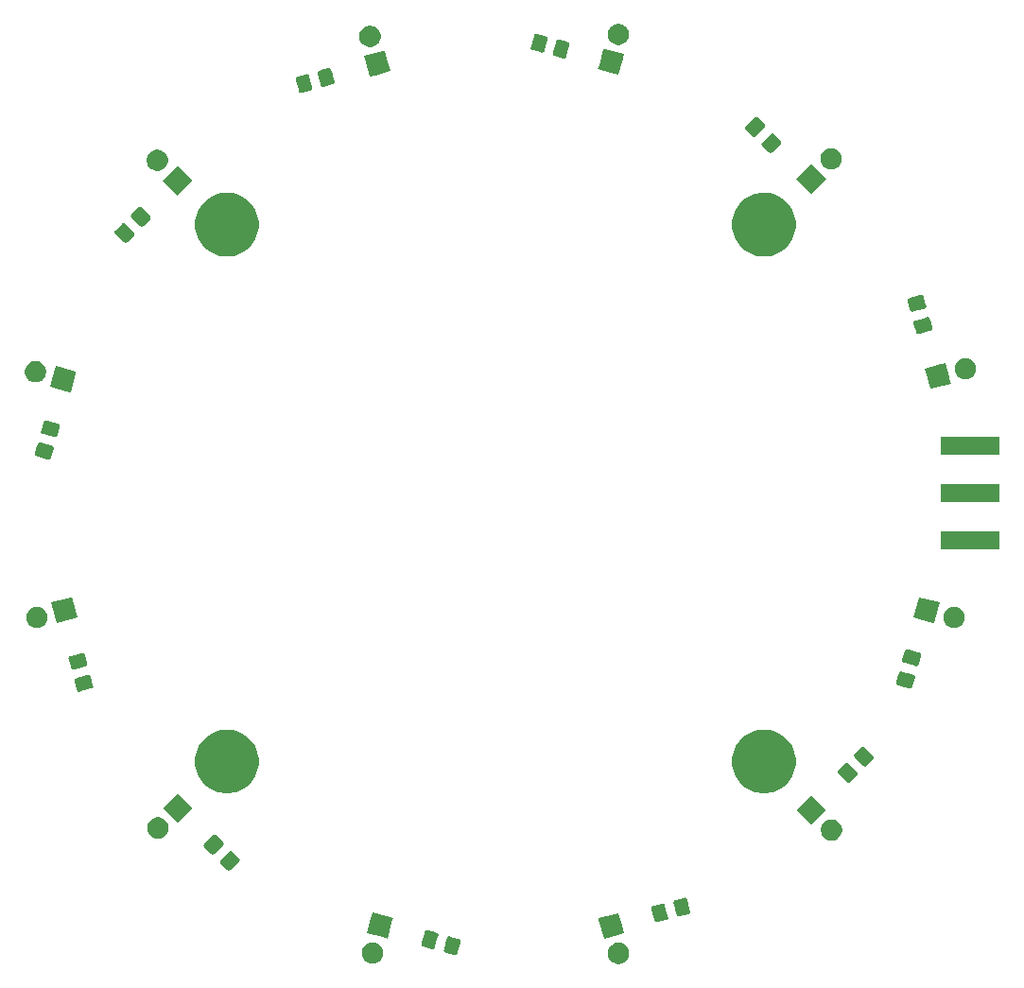
<source format=gbr>
G04 #@! TF.GenerationSoftware,KiCad,Pcbnew,5.1.5-52549c5~84~ubuntu18.04.1*
G04 #@! TF.CreationDate,2020-04-11T00:10:23+01:00*
G04 #@! TF.ProjectId,ambient,616d6269-656e-4742-9e6b-696361645f70,rev?*
G04 #@! TF.SameCoordinates,Original*
G04 #@! TF.FileFunction,Soldermask,Top*
G04 #@! TF.FilePolarity,Negative*
%FSLAX46Y46*%
G04 Gerber Fmt 4.6, Leading zero omitted, Abs format (unit mm)*
G04 Created by KiCad (PCBNEW 5.1.5-52549c5~84~ubuntu18.04.1) date 2020-04-11 00:10:23*
%MOMM*%
%LPD*%
G04 APERTURE LIST*
%ADD10C,0.100000*%
G04 APERTURE END LIST*
D10*
G36*
X161304594Y-140305441D02*
G01*
X161477665Y-140377129D01*
X161477666Y-140377130D01*
X161633426Y-140481205D01*
X161765889Y-140613668D01*
X161765890Y-140613670D01*
X161869965Y-140769429D01*
X161941653Y-140942500D01*
X161978199Y-141126228D01*
X161978199Y-141313562D01*
X161941653Y-141497290D01*
X161869965Y-141670361D01*
X161869964Y-141670362D01*
X161765889Y-141826122D01*
X161633426Y-141958585D01*
X161555017Y-142010976D01*
X161477665Y-142062661D01*
X161304594Y-142134349D01*
X161120866Y-142170895D01*
X160933532Y-142170895D01*
X160749804Y-142134349D01*
X160576733Y-142062661D01*
X160499381Y-142010976D01*
X160420972Y-141958585D01*
X160288509Y-141826122D01*
X160184434Y-141670362D01*
X160184433Y-141670361D01*
X160112745Y-141497290D01*
X160076199Y-141313562D01*
X160076199Y-141126228D01*
X160112745Y-140942500D01*
X160184433Y-140769429D01*
X160288508Y-140613670D01*
X160288509Y-140613668D01*
X160420972Y-140481205D01*
X160576732Y-140377130D01*
X160576733Y-140377129D01*
X160749804Y-140305441D01*
X160933532Y-140268895D01*
X161120866Y-140268895D01*
X161304594Y-140305441D01*
G37*
G36*
X139273655Y-140265822D02*
G01*
X139446726Y-140337510D01*
X139446727Y-140337511D01*
X139602487Y-140441586D01*
X139734950Y-140574049D01*
X139781424Y-140643602D01*
X139839026Y-140729810D01*
X139910714Y-140902881D01*
X139947260Y-141086609D01*
X139947260Y-141273943D01*
X139910714Y-141457671D01*
X139839026Y-141630742D01*
X139839025Y-141630743D01*
X139734950Y-141786503D01*
X139602487Y-141918966D01*
X139543193Y-141958585D01*
X139446726Y-142023042D01*
X139273655Y-142094730D01*
X139089927Y-142131276D01*
X138902593Y-142131276D01*
X138718865Y-142094730D01*
X138545794Y-142023042D01*
X138449327Y-141958585D01*
X138390033Y-141918966D01*
X138257570Y-141786503D01*
X138153495Y-141630743D01*
X138153494Y-141630742D01*
X138081806Y-141457671D01*
X138045260Y-141273943D01*
X138045260Y-141086609D01*
X138081806Y-140902881D01*
X138153494Y-140729810D01*
X138211096Y-140643602D01*
X138257570Y-140574049D01*
X138390033Y-140441586D01*
X138545793Y-140337511D01*
X138545794Y-140337510D01*
X138718865Y-140265822D01*
X138902593Y-140229276D01*
X139089927Y-140229276D01*
X139273655Y-140265822D01*
G37*
G36*
X145908958Y-139706664D02*
G01*
X145971262Y-139723358D01*
X145971279Y-139723361D01*
X146624520Y-139898397D01*
X146717131Y-139923212D01*
X146759772Y-139939261D01*
X146793219Y-139960060D01*
X146821962Y-139986979D01*
X146844906Y-140018999D01*
X146861161Y-140054872D01*
X146870105Y-140093232D01*
X146871393Y-140132597D01*
X146863973Y-140177540D01*
X146847275Y-140239856D01*
X146847275Y-140239859D01*
X146605698Y-141141437D01*
X146582718Y-141227199D01*
X146566673Y-141269830D01*
X146545872Y-141303280D01*
X146518951Y-141332024D01*
X146486935Y-141354967D01*
X146451060Y-141371221D01*
X146412699Y-141380166D01*
X146373335Y-141381454D01*
X146328394Y-141374034D01*
X146266090Y-141357340D01*
X146266073Y-141357337D01*
X145582532Y-141174182D01*
X145582533Y-141174182D01*
X145520221Y-141157486D01*
X145477580Y-141141437D01*
X145444133Y-141120638D01*
X145415390Y-141093719D01*
X145392446Y-141061699D01*
X145376191Y-141025826D01*
X145367247Y-140987466D01*
X145365959Y-140948101D01*
X145373379Y-140903158D01*
X145393851Y-140826757D01*
X145637936Y-139915816D01*
X145637937Y-139915814D01*
X145654634Y-139853499D01*
X145670679Y-139810868D01*
X145691480Y-139777418D01*
X145718401Y-139748674D01*
X145750417Y-139725731D01*
X145786292Y-139709477D01*
X145824653Y-139700532D01*
X145864017Y-139699244D01*
X145908958Y-139706664D01*
G37*
G36*
X143928810Y-139176084D02*
G01*
X143991114Y-139192778D01*
X143991131Y-139192781D01*
X144644372Y-139367817D01*
X144736983Y-139392632D01*
X144779624Y-139408681D01*
X144813071Y-139429480D01*
X144841814Y-139456399D01*
X144864758Y-139488419D01*
X144881013Y-139524292D01*
X144889957Y-139562652D01*
X144891245Y-139602017D01*
X144883825Y-139646960D01*
X144867127Y-139709276D01*
X144867127Y-139709279D01*
X144625550Y-140610857D01*
X144602570Y-140696619D01*
X144586525Y-140739250D01*
X144565724Y-140772700D01*
X144538803Y-140801444D01*
X144506787Y-140824387D01*
X144470912Y-140840641D01*
X144432551Y-140849586D01*
X144393187Y-140850874D01*
X144348246Y-140843454D01*
X144285942Y-140826760D01*
X144285925Y-140826757D01*
X143602384Y-140643602D01*
X143602385Y-140643602D01*
X143540073Y-140626906D01*
X143497432Y-140610857D01*
X143463985Y-140590058D01*
X143435242Y-140563139D01*
X143412298Y-140531119D01*
X143396043Y-140495246D01*
X143387099Y-140456886D01*
X143385811Y-140417521D01*
X143393231Y-140372578D01*
X143421013Y-140268895D01*
X143657788Y-139385236D01*
X143657789Y-139385234D01*
X143674486Y-139322919D01*
X143690531Y-139280288D01*
X143711332Y-139246838D01*
X143738253Y-139218094D01*
X143770269Y-139195151D01*
X143806144Y-139178897D01*
X143844505Y-139169952D01*
X143883869Y-139168664D01*
X143928810Y-139176084D01*
G37*
G36*
X161265655Y-138435442D02*
G01*
X161532007Y-139429480D01*
X161534531Y-139438902D01*
X160110117Y-139820572D01*
X159697341Y-139931175D01*
X159697340Y-139931175D01*
X159234236Y-138202845D01*
X159205067Y-138093985D01*
X159205067Y-138093984D01*
X160691448Y-137695710D01*
X161042257Y-137601711D01*
X161042258Y-137601711D01*
X161265655Y-138435442D01*
G37*
G36*
X139369445Y-137666122D02*
G01*
X140818392Y-138054365D01*
X140818392Y-138054366D01*
X140784180Y-138182046D01*
X140326119Y-139891556D01*
X140326118Y-139891556D01*
X139915869Y-139781630D01*
X138488928Y-139399283D01*
X138490148Y-139394731D01*
X138747188Y-138435442D01*
X138981201Y-137562092D01*
X138981202Y-137562092D01*
X139369445Y-137666122D01*
G37*
G36*
X165010489Y-136761940D02*
G01*
X165048849Y-136770884D01*
X165084722Y-136787139D01*
X165116742Y-136810083D01*
X165143661Y-136838826D01*
X165164462Y-136872276D01*
X165180507Y-136914907D01*
X165197204Y-136977222D01*
X165197205Y-136977224D01*
X165441291Y-137888165D01*
X165461762Y-137964566D01*
X165469182Y-138009509D01*
X165467894Y-138048873D01*
X165458949Y-138087234D01*
X165442695Y-138123109D01*
X165419752Y-138155125D01*
X165391008Y-138182046D01*
X165357561Y-138202845D01*
X165314920Y-138218894D01*
X165252608Y-138235590D01*
X165252609Y-138235590D01*
X164569068Y-138418745D01*
X164569051Y-138418748D01*
X164506747Y-138435442D01*
X164461806Y-138442862D01*
X164422441Y-138441574D01*
X164384081Y-138432630D01*
X164348208Y-138416375D01*
X164316188Y-138393431D01*
X164289269Y-138364688D01*
X164268468Y-138331238D01*
X164252423Y-138288607D01*
X164229443Y-138202845D01*
X163987866Y-137301267D01*
X163987866Y-137301264D01*
X163971168Y-137238948D01*
X163963748Y-137194005D01*
X163965036Y-137154641D01*
X163973981Y-137116280D01*
X163990235Y-137080405D01*
X164013178Y-137048389D01*
X164041922Y-137021468D01*
X164075369Y-137000669D01*
X164118010Y-136984620D01*
X164210621Y-136959805D01*
X164863862Y-136784769D01*
X164863879Y-136784766D01*
X164926183Y-136768072D01*
X164971124Y-136760652D01*
X165010489Y-136761940D01*
G37*
G36*
X166990637Y-136231360D02*
G01*
X167028997Y-136240304D01*
X167064870Y-136256559D01*
X167096890Y-136279503D01*
X167123809Y-136308246D01*
X167144610Y-136341696D01*
X167160655Y-136384327D01*
X167177352Y-136446642D01*
X167177353Y-136446644D01*
X167392243Y-137248624D01*
X167441910Y-137433986D01*
X167449330Y-137478929D01*
X167448042Y-137518293D01*
X167439097Y-137556654D01*
X167422843Y-137592529D01*
X167399900Y-137624545D01*
X167371156Y-137651466D01*
X167337709Y-137672265D01*
X167295068Y-137688314D01*
X167232756Y-137705010D01*
X167232757Y-137705010D01*
X166549216Y-137888165D01*
X166549199Y-137888168D01*
X166486895Y-137904862D01*
X166441954Y-137912282D01*
X166402589Y-137910994D01*
X166364229Y-137902050D01*
X166328356Y-137885795D01*
X166296336Y-137862851D01*
X166269417Y-137834108D01*
X166248616Y-137800658D01*
X166232571Y-137758027D01*
X166209591Y-137672265D01*
X165968014Y-136770687D01*
X165968014Y-136770684D01*
X165951316Y-136708368D01*
X165943896Y-136663425D01*
X165945184Y-136624061D01*
X165954129Y-136585700D01*
X165970383Y-136549825D01*
X165993326Y-136517809D01*
X166022070Y-136490888D01*
X166055517Y-136470089D01*
X166098158Y-136454040D01*
X166190769Y-136429225D01*
X166844010Y-136254189D01*
X166844027Y-136254186D01*
X166906331Y-136237492D01*
X166951272Y-136230072D01*
X166990637Y-136231360D01*
G37*
G36*
X126348551Y-132045587D02*
G01*
X126386244Y-132057021D01*
X126420980Y-132075588D01*
X126456193Y-132104486D01*
X127047817Y-132696110D01*
X127076715Y-132731323D01*
X127095282Y-132766059D01*
X127106716Y-132803752D01*
X127110576Y-132842947D01*
X127106716Y-132882142D01*
X127095282Y-132919835D01*
X127076715Y-132954571D01*
X127047817Y-132989784D01*
X126279417Y-133758184D01*
X126244204Y-133787082D01*
X126209468Y-133805649D01*
X126171775Y-133817083D01*
X126132580Y-133820943D01*
X126093385Y-133817083D01*
X126055692Y-133805649D01*
X126020956Y-133787082D01*
X125985743Y-133758184D01*
X125394119Y-133166560D01*
X125365221Y-133131347D01*
X125346654Y-133096611D01*
X125335220Y-133058918D01*
X125331360Y-133019723D01*
X125335220Y-132980528D01*
X125346654Y-132942835D01*
X125365221Y-132908099D01*
X125394119Y-132872886D01*
X126162519Y-132104486D01*
X126197732Y-132075588D01*
X126232468Y-132057021D01*
X126270161Y-132045587D01*
X126309356Y-132041727D01*
X126348551Y-132045587D01*
G37*
G36*
X124898983Y-130596019D02*
G01*
X124936676Y-130607453D01*
X124971412Y-130626020D01*
X125006625Y-130654918D01*
X125598249Y-131246542D01*
X125627147Y-131281755D01*
X125645714Y-131316491D01*
X125657148Y-131354184D01*
X125661008Y-131393379D01*
X125657148Y-131432574D01*
X125645714Y-131470267D01*
X125627147Y-131505003D01*
X125598249Y-131540216D01*
X124829849Y-132308616D01*
X124794636Y-132337514D01*
X124759900Y-132356081D01*
X124722207Y-132367515D01*
X124683012Y-132371375D01*
X124643817Y-132367515D01*
X124606124Y-132356081D01*
X124571388Y-132337514D01*
X124536175Y-132308616D01*
X123944551Y-131716992D01*
X123915653Y-131681779D01*
X123897086Y-131647043D01*
X123885652Y-131609350D01*
X123881792Y-131570155D01*
X123885652Y-131530960D01*
X123897086Y-131493267D01*
X123915653Y-131458531D01*
X123944551Y-131423318D01*
X124712951Y-130654918D01*
X124748164Y-130626020D01*
X124782900Y-130607453D01*
X124820593Y-130596019D01*
X124859788Y-130592159D01*
X124898983Y-130596019D01*
G37*
G36*
X180364139Y-129255659D02*
G01*
X180537210Y-129327347D01*
X180537211Y-129327348D01*
X180692971Y-129431423D01*
X180825434Y-129563886D01*
X180825435Y-129563888D01*
X180929510Y-129719647D01*
X181001198Y-129892718D01*
X181037744Y-130076446D01*
X181037744Y-130263780D01*
X181001198Y-130447508D01*
X180929510Y-130620579D01*
X180925874Y-130626020D01*
X180825434Y-130776340D01*
X180692971Y-130908803D01*
X180689816Y-130910911D01*
X180537210Y-131012879D01*
X180364139Y-131084567D01*
X180180411Y-131121113D01*
X179993077Y-131121113D01*
X179809349Y-131084567D01*
X179636278Y-131012879D01*
X179483672Y-130910911D01*
X179480517Y-130908803D01*
X179348054Y-130776340D01*
X179247614Y-130626020D01*
X179243978Y-130620579D01*
X179172290Y-130447508D01*
X179135744Y-130263780D01*
X179135744Y-130076446D01*
X179172290Y-129892718D01*
X179243978Y-129719647D01*
X179348053Y-129563888D01*
X179348054Y-129563886D01*
X179480517Y-129431423D01*
X179636277Y-129327348D01*
X179636278Y-129327347D01*
X179809349Y-129255659D01*
X179993077Y-129219113D01*
X180180411Y-129219113D01*
X180364139Y-129255659D01*
G37*
G36*
X120044135Y-129082003D02*
G01*
X120217206Y-129153691D01*
X120217207Y-129153692D01*
X120372967Y-129257767D01*
X120505430Y-129390230D01*
X120505431Y-129390232D01*
X120609506Y-129545991D01*
X120681194Y-129719062D01*
X120717740Y-129902790D01*
X120717740Y-130090124D01*
X120681194Y-130273852D01*
X120609506Y-130446923D01*
X120609505Y-130446924D01*
X120505430Y-130602684D01*
X120372967Y-130735147D01*
X120311320Y-130776338D01*
X120217206Y-130839223D01*
X120044135Y-130910911D01*
X119860407Y-130947457D01*
X119673073Y-130947457D01*
X119489345Y-130910911D01*
X119316274Y-130839223D01*
X119222160Y-130776338D01*
X119160513Y-130735147D01*
X119028050Y-130602684D01*
X118923975Y-130446924D01*
X118923974Y-130446923D01*
X118852286Y-130273852D01*
X118815740Y-130090124D01*
X118815740Y-129902790D01*
X118852286Y-129719062D01*
X118923974Y-129545991D01*
X119028049Y-129390232D01*
X119028050Y-129390230D01*
X119160513Y-129257767D01*
X119316273Y-129153692D01*
X119316274Y-129153691D01*
X119489345Y-129082003D01*
X119673073Y-129045457D01*
X119860407Y-129045457D01*
X120044135Y-129082003D01*
G37*
G36*
X179635610Y-128374062D02*
G01*
X178290693Y-129718979D01*
X176945776Y-128374062D01*
X178290693Y-127029145D01*
X179635610Y-128374062D01*
G37*
G36*
X122907708Y-128200406D02*
G01*
X121562791Y-129545323D01*
X120217874Y-128200406D01*
X121562791Y-126855489D01*
X122907708Y-128200406D01*
G37*
G36*
X174597833Y-121245412D02*
G01*
X174873237Y-121300193D01*
X175392086Y-121515107D01*
X175859038Y-121827115D01*
X176256147Y-122224224D01*
X176568155Y-122691176D01*
X176783069Y-123210025D01*
X176783069Y-123210026D01*
X176885052Y-123722727D01*
X176892631Y-123760832D01*
X176892631Y-124322430D01*
X176783069Y-124873237D01*
X176568155Y-125392086D01*
X176256147Y-125859038D01*
X175859038Y-126256147D01*
X175392086Y-126568155D01*
X174873237Y-126783069D01*
X174597833Y-126837850D01*
X174322431Y-126892631D01*
X173760831Y-126892631D01*
X173485429Y-126837850D01*
X173210025Y-126783069D01*
X172691176Y-126568155D01*
X172224224Y-126256147D01*
X171827115Y-125859038D01*
X171515107Y-125392086D01*
X171300193Y-124873237D01*
X171190631Y-124322430D01*
X171190631Y-123760832D01*
X171198211Y-123722727D01*
X171300193Y-123210026D01*
X171300193Y-123210025D01*
X171515107Y-122691176D01*
X171827115Y-122224224D01*
X172224224Y-121827115D01*
X172691176Y-121515107D01*
X173210025Y-121300193D01*
X173485429Y-121245412D01*
X173760831Y-121190631D01*
X174322431Y-121190631D01*
X174597833Y-121245412D01*
G37*
G36*
X126514571Y-121245412D02*
G01*
X126789975Y-121300193D01*
X127308824Y-121515107D01*
X127775776Y-121827115D01*
X128172885Y-122224224D01*
X128484893Y-122691176D01*
X128699807Y-123210025D01*
X128699807Y-123210026D01*
X128801790Y-123722727D01*
X128809369Y-123760832D01*
X128809369Y-124322430D01*
X128699807Y-124873237D01*
X128484893Y-125392086D01*
X128172885Y-125859038D01*
X127775776Y-126256147D01*
X127308824Y-126568155D01*
X126789975Y-126783069D01*
X126514571Y-126837850D01*
X126239169Y-126892631D01*
X125677569Y-126892631D01*
X125402167Y-126837850D01*
X125126763Y-126783069D01*
X124607914Y-126568155D01*
X124140962Y-126256147D01*
X123743853Y-125859038D01*
X123431845Y-125392086D01*
X123216931Y-124873237D01*
X123107369Y-124322430D01*
X123107369Y-123760832D01*
X123114949Y-123722727D01*
X123216931Y-123210026D01*
X123216931Y-123210025D01*
X123431845Y-122691176D01*
X123743853Y-122224224D01*
X124140962Y-121827115D01*
X124607914Y-121515107D01*
X125126763Y-121300193D01*
X125402167Y-121245412D01*
X125677569Y-121190631D01*
X126239169Y-121190631D01*
X126514571Y-121245412D01*
G37*
G36*
X181490508Y-124158964D02*
G01*
X181528201Y-124170398D01*
X181562937Y-124188965D01*
X181598150Y-124217863D01*
X182366550Y-124986263D01*
X182395448Y-125021476D01*
X182414015Y-125056212D01*
X182425449Y-125093905D01*
X182429309Y-125133100D01*
X182425449Y-125172295D01*
X182414015Y-125209988D01*
X182395448Y-125244724D01*
X182366550Y-125279937D01*
X181774926Y-125871561D01*
X181739713Y-125900459D01*
X181704977Y-125919026D01*
X181667284Y-125930460D01*
X181628089Y-125934320D01*
X181588894Y-125930460D01*
X181551201Y-125919026D01*
X181516465Y-125900459D01*
X181481252Y-125871561D01*
X180712852Y-125103161D01*
X180683954Y-125067948D01*
X180665387Y-125033212D01*
X180653953Y-124995519D01*
X180650093Y-124956324D01*
X180653953Y-124917129D01*
X180665387Y-124879436D01*
X180683954Y-124844700D01*
X180712852Y-124809487D01*
X181304476Y-124217863D01*
X181339689Y-124188965D01*
X181374425Y-124170398D01*
X181412118Y-124158964D01*
X181451313Y-124155104D01*
X181490508Y-124158964D01*
G37*
G36*
X182940076Y-122709396D02*
G01*
X182977769Y-122720830D01*
X183012505Y-122739397D01*
X183047718Y-122768295D01*
X183816118Y-123536695D01*
X183845016Y-123571908D01*
X183863583Y-123606644D01*
X183875017Y-123644337D01*
X183878877Y-123683532D01*
X183875017Y-123722727D01*
X183863583Y-123760420D01*
X183845016Y-123795156D01*
X183816118Y-123830369D01*
X183224494Y-124421993D01*
X183189281Y-124450891D01*
X183154545Y-124469458D01*
X183116852Y-124480892D01*
X183077657Y-124484752D01*
X183038462Y-124480892D01*
X183000769Y-124469458D01*
X182966033Y-124450891D01*
X182930820Y-124421993D01*
X182162420Y-123653593D01*
X182133522Y-123618380D01*
X182114955Y-123583644D01*
X182103521Y-123545951D01*
X182099661Y-123506756D01*
X182103521Y-123467561D01*
X182114955Y-123429868D01*
X182133522Y-123395132D01*
X182162420Y-123359919D01*
X182754044Y-122768295D01*
X182789257Y-122739397D01*
X182823993Y-122720830D01*
X182861686Y-122709396D01*
X182900881Y-122705536D01*
X182940076Y-122709396D01*
G37*
G36*
X113587090Y-116299038D02*
G01*
X113625451Y-116307983D01*
X113661326Y-116324237D01*
X113693342Y-116347180D01*
X113720263Y-116375924D01*
X113741062Y-116409371D01*
X113757111Y-116452012D01*
X113773807Y-116514323D01*
X113956962Y-117197864D01*
X113956965Y-117197881D01*
X113973659Y-117260185D01*
X113981079Y-117305126D01*
X113979791Y-117344491D01*
X113970847Y-117382851D01*
X113954592Y-117418724D01*
X113931648Y-117450744D01*
X113902905Y-117477663D01*
X113869455Y-117498464D01*
X113826824Y-117514509D01*
X113764509Y-117531206D01*
X113764507Y-117531207D01*
X112839484Y-117779066D01*
X112839481Y-117779066D01*
X112777165Y-117795764D01*
X112732222Y-117803184D01*
X112692858Y-117801896D01*
X112654497Y-117792951D01*
X112618622Y-117776697D01*
X112586606Y-117753754D01*
X112559685Y-117725010D01*
X112538886Y-117691563D01*
X112522837Y-117648922D01*
X112498022Y-117556311D01*
X112322986Y-116903070D01*
X112322983Y-116903053D01*
X112306289Y-116840749D01*
X112298869Y-116795808D01*
X112300157Y-116756443D01*
X112309101Y-116718083D01*
X112325356Y-116682210D01*
X112348300Y-116650190D01*
X112377043Y-116623271D01*
X112410493Y-116602470D01*
X112453124Y-116586425D01*
X112515439Y-116569728D01*
X112515441Y-116569727D01*
X113440464Y-116321868D01*
X113440467Y-116321868D01*
X113502783Y-116305170D01*
X113547726Y-116297750D01*
X113587090Y-116299038D01*
G37*
G36*
X186371901Y-115994777D02*
G01*
X186434217Y-116011475D01*
X186434220Y-116011475D01*
X187359243Y-116259334D01*
X187359245Y-116259335D01*
X187421560Y-116276032D01*
X187464191Y-116292077D01*
X187497641Y-116312878D01*
X187526385Y-116339799D01*
X187549328Y-116371815D01*
X187565582Y-116407690D01*
X187574527Y-116446051D01*
X187575815Y-116485415D01*
X187568395Y-116530356D01*
X187551701Y-116592660D01*
X187551698Y-116592677D01*
X187376662Y-117245918D01*
X187351847Y-117338529D01*
X187335798Y-117381170D01*
X187314999Y-117414617D01*
X187288080Y-117443360D01*
X187256060Y-117466304D01*
X187220187Y-117482559D01*
X187181827Y-117491503D01*
X187142462Y-117492791D01*
X187097519Y-117485371D01*
X187035203Y-117468673D01*
X187035200Y-117468673D01*
X186110177Y-117220814D01*
X186110175Y-117220813D01*
X186047860Y-117204116D01*
X186005229Y-117188071D01*
X185971779Y-117167270D01*
X185943035Y-117140349D01*
X185920092Y-117108333D01*
X185903838Y-117072458D01*
X185894893Y-117034097D01*
X185893605Y-116994733D01*
X185901025Y-116949792D01*
X185917719Y-116887488D01*
X185917722Y-116887471D01*
X186100877Y-116203930D01*
X186117573Y-116141619D01*
X186133622Y-116098978D01*
X186154421Y-116065531D01*
X186181340Y-116036788D01*
X186213360Y-116013844D01*
X186249233Y-115997589D01*
X186287593Y-115988645D01*
X186326958Y-115987357D01*
X186371901Y-115994777D01*
G37*
G36*
X113056510Y-114318890D02*
G01*
X113094871Y-114327835D01*
X113130746Y-114344089D01*
X113162762Y-114367032D01*
X113189683Y-114395776D01*
X113210482Y-114429223D01*
X113226531Y-114471864D01*
X113243227Y-114534175D01*
X113426382Y-115217716D01*
X113426385Y-115217733D01*
X113443079Y-115280037D01*
X113450499Y-115324978D01*
X113449211Y-115364343D01*
X113440267Y-115402703D01*
X113424012Y-115438576D01*
X113401068Y-115470596D01*
X113372325Y-115497515D01*
X113338875Y-115518316D01*
X113296244Y-115534361D01*
X113233929Y-115551058D01*
X113233927Y-115551059D01*
X112308904Y-115798918D01*
X112308901Y-115798918D01*
X112246585Y-115815616D01*
X112201642Y-115823036D01*
X112162278Y-115821748D01*
X112123917Y-115812803D01*
X112088042Y-115796549D01*
X112056026Y-115773606D01*
X112029105Y-115744862D01*
X112008306Y-115711415D01*
X111992257Y-115668774D01*
X111967442Y-115576163D01*
X111792406Y-114922922D01*
X111792403Y-114922905D01*
X111775709Y-114860601D01*
X111768289Y-114815660D01*
X111769577Y-114776295D01*
X111778521Y-114737935D01*
X111794776Y-114702062D01*
X111817720Y-114670042D01*
X111846463Y-114643123D01*
X111879913Y-114622322D01*
X111922544Y-114606277D01*
X111984859Y-114589580D01*
X111984861Y-114589579D01*
X112909884Y-114341720D01*
X112909887Y-114341720D01*
X112972203Y-114325022D01*
X113017146Y-114317602D01*
X113056510Y-114318890D01*
G37*
G36*
X186902481Y-114014629D02*
G01*
X186964797Y-114031327D01*
X186964800Y-114031327D01*
X187889823Y-114279186D01*
X187889825Y-114279187D01*
X187952140Y-114295884D01*
X187994771Y-114311929D01*
X188028221Y-114332730D01*
X188056965Y-114359651D01*
X188079908Y-114391667D01*
X188096162Y-114427542D01*
X188105107Y-114465903D01*
X188106395Y-114505267D01*
X188098975Y-114550208D01*
X188082281Y-114612512D01*
X188082278Y-114612529D01*
X187907242Y-115265770D01*
X187882427Y-115358381D01*
X187866378Y-115401022D01*
X187845579Y-115434469D01*
X187818660Y-115463212D01*
X187786640Y-115486156D01*
X187750767Y-115502411D01*
X187712407Y-115511355D01*
X187673042Y-115512643D01*
X187628099Y-115505223D01*
X187565783Y-115488525D01*
X187565780Y-115488525D01*
X186640757Y-115240666D01*
X186640755Y-115240665D01*
X186578440Y-115223968D01*
X186535809Y-115207923D01*
X186502359Y-115187122D01*
X186473615Y-115160201D01*
X186450672Y-115128185D01*
X186434418Y-115092310D01*
X186425473Y-115053949D01*
X186424185Y-115014585D01*
X186431605Y-114969644D01*
X186448299Y-114907340D01*
X186448302Y-114907323D01*
X186631457Y-114223782D01*
X186648153Y-114161471D01*
X186664202Y-114118830D01*
X186685001Y-114085383D01*
X186711920Y-114056640D01*
X186743940Y-114033696D01*
X186779813Y-114017441D01*
X186818173Y-114008497D01*
X186857538Y-114007209D01*
X186902481Y-114014629D01*
G37*
G36*
X191345299Y-110235733D02*
G01*
X191518370Y-110307421D01*
X191518371Y-110307422D01*
X191674131Y-110411497D01*
X191806594Y-110543960D01*
X191806595Y-110543962D01*
X191910670Y-110699721D01*
X191982358Y-110872792D01*
X192018904Y-111056520D01*
X192018904Y-111243854D01*
X191982358Y-111427582D01*
X191910670Y-111600653D01*
X191910669Y-111600654D01*
X191806594Y-111756414D01*
X191674131Y-111888877D01*
X191595722Y-111941268D01*
X191518370Y-111992953D01*
X191345299Y-112064641D01*
X191161571Y-112101187D01*
X190974237Y-112101187D01*
X190790509Y-112064641D01*
X190617438Y-111992953D01*
X190540086Y-111941268D01*
X190461677Y-111888877D01*
X190329214Y-111756414D01*
X190225139Y-111600654D01*
X190225138Y-111600653D01*
X190153450Y-111427582D01*
X190116904Y-111243854D01*
X190116904Y-111056520D01*
X190153450Y-110872792D01*
X190225138Y-110699721D01*
X190329213Y-110543962D01*
X190329214Y-110543960D01*
X190461677Y-110411497D01*
X190617437Y-110307422D01*
X190617438Y-110307421D01*
X190790509Y-110235733D01*
X190974237Y-110199187D01*
X191161571Y-110199187D01*
X191345299Y-110235733D01*
G37*
G36*
X109203947Y-110225117D02*
G01*
X109377018Y-110296805D01*
X109377019Y-110296806D01*
X109532779Y-110400881D01*
X109665242Y-110533344D01*
X109717633Y-110611753D01*
X109769318Y-110689105D01*
X109841006Y-110862176D01*
X109877552Y-111045904D01*
X109877552Y-111233238D01*
X109841006Y-111416966D01*
X109769318Y-111590037D01*
X109762224Y-111600654D01*
X109665242Y-111745798D01*
X109532779Y-111878261D01*
X109516891Y-111888877D01*
X109377018Y-111982337D01*
X109203947Y-112054025D01*
X109020219Y-112090571D01*
X108832885Y-112090571D01*
X108649157Y-112054025D01*
X108476086Y-111982337D01*
X108336213Y-111888877D01*
X108320325Y-111878261D01*
X108187862Y-111745798D01*
X108090880Y-111600654D01*
X108083786Y-111590037D01*
X108012098Y-111416966D01*
X107975552Y-111233238D01*
X107975552Y-111045904D01*
X108012098Y-110862176D01*
X108083786Y-110689105D01*
X108135471Y-110611753D01*
X108187862Y-110533344D01*
X108320325Y-110400881D01*
X108476085Y-110296806D01*
X108476086Y-110296805D01*
X108649157Y-110225117D01*
X108832885Y-110188571D01*
X109020219Y-110188571D01*
X109203947Y-110225117D01*
G37*
G36*
X188330237Y-109432085D02*
G01*
X189779184Y-109820328D01*
X189286911Y-111657519D01*
X189286910Y-111657519D01*
X188898667Y-111553489D01*
X187449720Y-111165246D01*
X187452565Y-111154630D01*
X187619037Y-110533346D01*
X187941993Y-109328055D01*
X187941994Y-109328055D01*
X188330237Y-109432085D01*
G37*
G36*
X112544736Y-111154630D02*
G01*
X111095789Y-111542873D01*
X110707546Y-111646903D01*
X110707545Y-111646903D01*
X110218117Y-109820329D01*
X110215272Y-109809713D01*
X110215272Y-109809712D01*
X112012843Y-109328055D01*
X112052462Y-109317439D01*
X112052463Y-109317439D01*
X112544736Y-111154630D01*
G37*
G36*
X195091000Y-105051000D02*
G01*
X189909000Y-105051000D01*
X189909000Y-103449000D01*
X195091000Y-103449000D01*
X195091000Y-105051000D01*
G37*
G36*
X195091000Y-100801000D02*
G01*
X189909000Y-100801000D01*
X189909000Y-99199000D01*
X195091000Y-99199000D01*
X195091000Y-100801000D01*
G37*
G36*
X109243288Y-95485752D02*
G01*
X109305604Y-95502450D01*
X109305607Y-95502450D01*
X110230630Y-95750309D01*
X110230632Y-95750310D01*
X110292947Y-95767007D01*
X110335578Y-95783052D01*
X110369028Y-95803853D01*
X110397772Y-95830774D01*
X110420715Y-95862790D01*
X110436969Y-95898665D01*
X110445914Y-95937026D01*
X110447202Y-95976390D01*
X110439782Y-96021331D01*
X110423088Y-96083635D01*
X110423085Y-96083652D01*
X110248049Y-96736893D01*
X110223234Y-96829504D01*
X110207185Y-96872145D01*
X110186386Y-96905592D01*
X110159467Y-96934335D01*
X110127447Y-96957279D01*
X110091574Y-96973534D01*
X110053214Y-96982478D01*
X110013849Y-96983766D01*
X109968906Y-96976346D01*
X109906590Y-96959648D01*
X109906587Y-96959648D01*
X108981564Y-96711789D01*
X108981562Y-96711788D01*
X108919247Y-96695091D01*
X108876616Y-96679046D01*
X108843166Y-96658245D01*
X108814422Y-96631324D01*
X108791479Y-96599308D01*
X108775225Y-96563433D01*
X108766280Y-96525072D01*
X108764992Y-96485708D01*
X108772412Y-96440767D01*
X108789106Y-96378463D01*
X108789109Y-96378446D01*
X108972264Y-95694905D01*
X108988960Y-95632594D01*
X109005009Y-95589953D01*
X109025808Y-95556506D01*
X109052727Y-95527763D01*
X109084747Y-95504819D01*
X109120620Y-95488564D01*
X109158980Y-95479620D01*
X109198345Y-95478332D01*
X109243288Y-95485752D01*
G37*
G36*
X195091000Y-96551000D02*
G01*
X189909000Y-96551000D01*
X189909000Y-94949000D01*
X195091000Y-94949000D01*
X195091000Y-96551000D01*
G37*
G36*
X109773868Y-93505604D02*
G01*
X109836184Y-93522302D01*
X109836187Y-93522302D01*
X110761210Y-93770161D01*
X110761212Y-93770162D01*
X110823527Y-93786859D01*
X110866158Y-93802904D01*
X110899608Y-93823705D01*
X110928352Y-93850626D01*
X110951295Y-93882642D01*
X110967549Y-93918517D01*
X110976494Y-93956878D01*
X110977782Y-93996242D01*
X110970362Y-94041183D01*
X110953668Y-94103487D01*
X110953665Y-94103504D01*
X110778629Y-94756745D01*
X110753814Y-94849356D01*
X110737765Y-94891997D01*
X110716966Y-94925444D01*
X110690047Y-94954187D01*
X110658027Y-94977131D01*
X110622154Y-94993386D01*
X110583794Y-95002330D01*
X110544429Y-95003618D01*
X110499486Y-94996198D01*
X110437170Y-94979500D01*
X110437167Y-94979500D01*
X109512144Y-94731641D01*
X109512142Y-94731640D01*
X109449827Y-94714943D01*
X109407196Y-94698898D01*
X109373746Y-94678097D01*
X109345002Y-94651176D01*
X109322059Y-94619160D01*
X109305805Y-94583285D01*
X109296860Y-94544924D01*
X109295572Y-94505560D01*
X109302992Y-94460619D01*
X109319686Y-94398315D01*
X109319689Y-94398298D01*
X109502844Y-93714757D01*
X109519540Y-93652446D01*
X109535589Y-93609805D01*
X109556388Y-93576358D01*
X109583307Y-93547615D01*
X109615327Y-93524671D01*
X109651200Y-93508416D01*
X109689560Y-93499472D01*
X109728925Y-93498184D01*
X109773868Y-93505604D01*
G37*
G36*
X110990519Y-88744153D02*
G01*
X112439466Y-89132396D01*
X112439466Y-89132397D01*
X112391637Y-89310896D01*
X111947193Y-90969587D01*
X111947192Y-90969587D01*
X111558949Y-90865557D01*
X110110002Y-90477314D01*
X110186911Y-90190287D01*
X110288425Y-89811429D01*
X110602275Y-88640123D01*
X110602276Y-88640123D01*
X110990519Y-88744153D01*
G37*
G36*
X190626004Y-89597921D02*
G01*
X190760122Y-90098455D01*
X190784728Y-90190288D01*
X189335781Y-90578531D01*
X188947538Y-90682561D01*
X188947537Y-90682561D01*
X188533627Y-89137824D01*
X188455264Y-88845371D01*
X188455264Y-88845370D01*
X189904211Y-88457127D01*
X190292454Y-88353097D01*
X190292455Y-88353097D01*
X190626004Y-89597921D01*
G37*
G36*
X109098677Y-88233001D02*
G01*
X109271748Y-88304689D01*
X109271749Y-88304690D01*
X109427509Y-88408765D01*
X109559972Y-88541228D01*
X109559973Y-88541230D01*
X109664048Y-88696989D01*
X109735736Y-88870060D01*
X109772282Y-89053788D01*
X109772282Y-89241122D01*
X109735736Y-89424850D01*
X109664048Y-89597921D01*
X109663247Y-89599120D01*
X109559972Y-89753682D01*
X109427509Y-89886145D01*
X109349100Y-89938536D01*
X109271748Y-89990221D01*
X109098677Y-90061909D01*
X108914949Y-90098455D01*
X108727615Y-90098455D01*
X108543887Y-90061909D01*
X108370816Y-89990221D01*
X108293464Y-89938536D01*
X108215055Y-89886145D01*
X108082592Y-89753682D01*
X107979317Y-89599120D01*
X107978516Y-89597921D01*
X107906828Y-89424850D01*
X107870282Y-89241122D01*
X107870282Y-89053788D01*
X107906828Y-88870060D01*
X107978516Y-88696989D01*
X108082591Y-88541230D01*
X108082592Y-88541228D01*
X108215055Y-88408765D01*
X108370815Y-88304690D01*
X108370816Y-88304689D01*
X108543887Y-88233001D01*
X108727615Y-88196455D01*
X108914949Y-88196455D01*
X109098677Y-88233001D01*
G37*
G36*
X192350843Y-87945975D02*
G01*
X192523914Y-88017663D01*
X192523915Y-88017664D01*
X192679675Y-88121739D01*
X192812138Y-88254202D01*
X192812139Y-88254204D01*
X192916214Y-88409963D01*
X192987902Y-88583034D01*
X193024448Y-88766762D01*
X193024448Y-88954096D01*
X192987902Y-89137824D01*
X192916214Y-89310895D01*
X192916213Y-89310896D01*
X192812138Y-89466656D01*
X192679675Y-89599119D01*
X192601266Y-89651510D01*
X192523914Y-89703195D01*
X192350843Y-89774883D01*
X192167115Y-89811429D01*
X191979781Y-89811429D01*
X191796053Y-89774883D01*
X191622982Y-89703195D01*
X191545630Y-89651510D01*
X191467221Y-89599119D01*
X191334758Y-89466656D01*
X191230683Y-89310896D01*
X191230682Y-89310895D01*
X191158994Y-89137824D01*
X191122448Y-88954096D01*
X191122448Y-88766762D01*
X191158994Y-88583034D01*
X191230682Y-88409963D01*
X191334757Y-88254204D01*
X191334758Y-88254202D01*
X191467221Y-88121739D01*
X191622981Y-88017664D01*
X191622982Y-88017663D01*
X191796053Y-87945975D01*
X191979781Y-87909429D01*
X192167115Y-87909429D01*
X192350843Y-87945975D01*
G37*
G36*
X188727696Y-84248571D02*
G01*
X188766057Y-84257516D01*
X188801932Y-84273770D01*
X188833948Y-84296713D01*
X188860869Y-84325457D01*
X188881668Y-84358904D01*
X188897717Y-84401545D01*
X188914413Y-84463856D01*
X189097568Y-85147397D01*
X189097571Y-85147414D01*
X189114265Y-85209718D01*
X189121685Y-85254659D01*
X189120397Y-85294024D01*
X189111453Y-85332384D01*
X189095198Y-85368257D01*
X189072254Y-85400277D01*
X189043511Y-85427196D01*
X189010061Y-85447997D01*
X188967430Y-85464042D01*
X188905115Y-85480739D01*
X188905113Y-85480740D01*
X187980090Y-85728599D01*
X187980087Y-85728599D01*
X187917771Y-85745297D01*
X187872828Y-85752717D01*
X187833464Y-85751429D01*
X187795103Y-85742484D01*
X187759228Y-85726230D01*
X187727212Y-85703287D01*
X187700291Y-85674543D01*
X187679492Y-85641096D01*
X187663443Y-85598455D01*
X187638628Y-85505844D01*
X187463592Y-84852603D01*
X187463589Y-84852586D01*
X187446895Y-84790282D01*
X187439475Y-84745341D01*
X187440763Y-84705976D01*
X187449707Y-84667616D01*
X187465962Y-84631743D01*
X187488906Y-84599723D01*
X187517649Y-84572804D01*
X187551099Y-84552003D01*
X187593730Y-84535958D01*
X187656045Y-84519261D01*
X187656047Y-84519260D01*
X188581070Y-84271401D01*
X188581073Y-84271401D01*
X188643389Y-84254703D01*
X188688332Y-84247283D01*
X188727696Y-84248571D01*
G37*
G36*
X188197116Y-82268423D02*
G01*
X188235477Y-82277368D01*
X188271352Y-82293622D01*
X188303368Y-82316565D01*
X188330289Y-82345309D01*
X188351088Y-82378756D01*
X188367137Y-82421397D01*
X188383833Y-82483708D01*
X188566988Y-83167249D01*
X188566991Y-83167266D01*
X188583685Y-83229570D01*
X188591105Y-83274511D01*
X188589817Y-83313876D01*
X188580873Y-83352236D01*
X188564618Y-83388109D01*
X188541674Y-83420129D01*
X188512931Y-83447048D01*
X188479481Y-83467849D01*
X188436850Y-83483894D01*
X188374535Y-83500591D01*
X188374533Y-83500592D01*
X187449510Y-83748451D01*
X187449507Y-83748451D01*
X187387191Y-83765149D01*
X187342248Y-83772569D01*
X187302884Y-83771281D01*
X187264523Y-83762336D01*
X187228648Y-83746082D01*
X187196632Y-83723139D01*
X187169711Y-83694395D01*
X187148912Y-83660948D01*
X187132863Y-83618307D01*
X187108048Y-83525696D01*
X186933012Y-82872455D01*
X186933009Y-82872438D01*
X186916315Y-82810134D01*
X186908895Y-82765193D01*
X186910183Y-82725828D01*
X186919127Y-82687468D01*
X186935382Y-82651595D01*
X186958326Y-82619575D01*
X186987069Y-82592656D01*
X187020519Y-82571855D01*
X187063150Y-82555810D01*
X187125465Y-82539113D01*
X187125467Y-82539112D01*
X188050490Y-82291253D01*
X188050493Y-82291253D01*
X188112809Y-82274555D01*
X188157752Y-82267135D01*
X188197116Y-82268423D01*
G37*
G36*
X174597833Y-73162150D02*
G01*
X174873237Y-73216931D01*
X175392086Y-73431845D01*
X175859038Y-73743853D01*
X176256147Y-74140962D01*
X176568155Y-74607914D01*
X176783069Y-75126763D01*
X176892631Y-75677570D01*
X176892631Y-76239168D01*
X176783069Y-76789975D01*
X176568155Y-77308824D01*
X176256147Y-77775776D01*
X175859038Y-78172885D01*
X175392086Y-78484893D01*
X174873237Y-78699807D01*
X174597833Y-78754588D01*
X174322431Y-78809369D01*
X173760831Y-78809369D01*
X173485429Y-78754588D01*
X173210025Y-78699807D01*
X172691176Y-78484893D01*
X172224224Y-78172885D01*
X171827115Y-77775776D01*
X171515107Y-77308824D01*
X171300193Y-76789975D01*
X171190631Y-76239168D01*
X171190631Y-75677570D01*
X171300193Y-75126763D01*
X171515107Y-74607914D01*
X171827115Y-74140962D01*
X172224224Y-73743853D01*
X172691176Y-73431845D01*
X173210025Y-73216931D01*
X173760831Y-73107369D01*
X174322431Y-73107369D01*
X174597833Y-73162150D01*
G37*
G36*
X126514571Y-73162150D02*
G01*
X126789975Y-73216931D01*
X127308824Y-73431845D01*
X127775776Y-73743853D01*
X128172885Y-74140962D01*
X128484893Y-74607914D01*
X128699807Y-75126763D01*
X128809369Y-75677570D01*
X128809369Y-76239168D01*
X128699807Y-76789975D01*
X128484893Y-77308824D01*
X128172885Y-77775776D01*
X127775776Y-78172885D01*
X127308824Y-78484893D01*
X126789975Y-78699807D01*
X126514571Y-78754588D01*
X126239169Y-78809369D01*
X125677569Y-78809369D01*
X125402167Y-78754588D01*
X125126763Y-78699807D01*
X124607914Y-78484893D01*
X124140962Y-78172885D01*
X123743853Y-77775776D01*
X123431845Y-77308824D01*
X123216931Y-76789975D01*
X123107369Y-76239168D01*
X123107369Y-75677570D01*
X123216931Y-75126763D01*
X123431845Y-74607914D01*
X123743853Y-74140962D01*
X124140962Y-73743853D01*
X124607914Y-73431845D01*
X125126763Y-73216931D01*
X125402167Y-73162150D01*
X125677569Y-73107369D01*
X126239169Y-73107369D01*
X126514571Y-73162150D01*
G37*
G36*
X116747660Y-75818484D02*
G01*
X116785353Y-75829918D01*
X116820089Y-75848485D01*
X116855302Y-75877383D01*
X117623702Y-76645783D01*
X117652600Y-76680996D01*
X117671167Y-76715732D01*
X117682601Y-76753425D01*
X117686461Y-76792620D01*
X117682601Y-76831815D01*
X117671167Y-76869508D01*
X117652600Y-76904244D01*
X117623702Y-76939457D01*
X117032078Y-77531081D01*
X116996865Y-77559979D01*
X116962129Y-77578546D01*
X116924436Y-77589980D01*
X116885241Y-77593840D01*
X116846046Y-77589980D01*
X116808353Y-77578546D01*
X116773617Y-77559979D01*
X116738404Y-77531081D01*
X115970004Y-76762681D01*
X115941106Y-76727468D01*
X115922539Y-76692732D01*
X115911105Y-76655039D01*
X115907245Y-76615844D01*
X115911105Y-76576649D01*
X115922539Y-76538956D01*
X115941106Y-76504220D01*
X115970004Y-76469007D01*
X116561628Y-75877383D01*
X116596841Y-75848485D01*
X116631577Y-75829918D01*
X116669270Y-75818484D01*
X116708465Y-75814624D01*
X116747660Y-75818484D01*
G37*
G36*
X118197228Y-74368916D02*
G01*
X118234921Y-74380350D01*
X118269657Y-74398917D01*
X118304870Y-74427815D01*
X119073270Y-75196215D01*
X119102168Y-75231428D01*
X119120735Y-75266164D01*
X119132169Y-75303857D01*
X119136029Y-75343052D01*
X119132169Y-75382247D01*
X119120735Y-75419940D01*
X119102168Y-75454676D01*
X119073270Y-75489889D01*
X118481646Y-76081513D01*
X118446433Y-76110411D01*
X118411697Y-76128978D01*
X118374004Y-76140412D01*
X118334809Y-76144272D01*
X118295614Y-76140412D01*
X118257921Y-76128978D01*
X118223185Y-76110411D01*
X118187972Y-76081513D01*
X117419572Y-75313113D01*
X117390674Y-75277900D01*
X117372107Y-75243164D01*
X117360673Y-75205471D01*
X117356813Y-75166276D01*
X117360673Y-75127081D01*
X117372107Y-75089388D01*
X117390674Y-75054652D01*
X117419572Y-75019439D01*
X118011196Y-74427815D01*
X118046409Y-74398917D01*
X118081145Y-74380350D01*
X118118838Y-74368916D01*
X118158033Y-74365056D01*
X118197228Y-74368916D01*
G37*
G36*
X122859682Y-71997473D02*
G01*
X121514765Y-73342390D01*
X120169848Y-71997473D01*
X121514765Y-70652556D01*
X122859682Y-71997473D01*
G37*
G36*
X179606607Y-71855754D02*
G01*
X178261690Y-73200671D01*
X176916773Y-71855754D01*
X178261690Y-70510837D01*
X179606607Y-71855754D01*
G37*
G36*
X119996109Y-69286968D02*
G01*
X120169180Y-69358656D01*
X120169181Y-69358657D01*
X120324941Y-69462732D01*
X120457404Y-69595195D01*
X120509795Y-69673604D01*
X120561480Y-69750956D01*
X120633168Y-69924027D01*
X120669714Y-70107755D01*
X120669714Y-70295089D01*
X120633168Y-70478817D01*
X120561480Y-70651888D01*
X120552097Y-70665930D01*
X120457404Y-70807649D01*
X120324941Y-70940112D01*
X120273990Y-70974156D01*
X120169180Y-71044188D01*
X119996109Y-71115876D01*
X119812381Y-71152422D01*
X119625047Y-71152422D01*
X119441319Y-71115876D01*
X119268248Y-71044188D01*
X119163438Y-70974156D01*
X119112487Y-70940112D01*
X118980024Y-70807649D01*
X118885331Y-70665930D01*
X118875948Y-70651888D01*
X118804260Y-70478817D01*
X118767714Y-70295089D01*
X118767714Y-70107755D01*
X118804260Y-69924027D01*
X118875948Y-69750956D01*
X118927633Y-69673604D01*
X118980024Y-69595195D01*
X119112487Y-69462732D01*
X119268247Y-69358657D01*
X119268248Y-69358656D01*
X119441319Y-69286968D01*
X119625047Y-69250422D01*
X119812381Y-69250422D01*
X119996109Y-69286968D01*
G37*
G36*
X180335136Y-69145249D02*
G01*
X180508207Y-69216937D01*
X180508208Y-69216938D01*
X180663968Y-69321013D01*
X180796431Y-69453476D01*
X180830998Y-69505210D01*
X180900507Y-69609237D01*
X180972195Y-69782308D01*
X181008741Y-69966036D01*
X181008741Y-70153370D01*
X180972195Y-70337098D01*
X180900507Y-70510169D01*
X180900060Y-70510838D01*
X180796431Y-70665930D01*
X180663968Y-70798393D01*
X180650118Y-70807647D01*
X180508207Y-70902469D01*
X180335136Y-70974157D01*
X180151408Y-71010703D01*
X179964074Y-71010703D01*
X179780346Y-70974157D01*
X179607275Y-70902469D01*
X179465364Y-70807647D01*
X179451514Y-70798393D01*
X179319051Y-70665930D01*
X179215422Y-70510838D01*
X179214975Y-70510169D01*
X179143287Y-70337098D01*
X179106741Y-70153370D01*
X179106741Y-69966036D01*
X179143287Y-69782308D01*
X179214975Y-69609237D01*
X179284484Y-69505210D01*
X179319051Y-69453476D01*
X179451514Y-69321013D01*
X179607274Y-69216938D01*
X179607275Y-69216937D01*
X179780346Y-69145249D01*
X179964074Y-69108703D01*
X180151408Y-69108703D01*
X180335136Y-69145249D01*
G37*
G36*
X174842589Y-67779232D02*
G01*
X174880282Y-67790666D01*
X174915018Y-67809233D01*
X174950231Y-67838131D01*
X175541855Y-68429755D01*
X175570753Y-68464968D01*
X175589320Y-68499704D01*
X175600754Y-68537397D01*
X175604614Y-68576592D01*
X175600754Y-68615787D01*
X175589320Y-68653480D01*
X175570753Y-68688216D01*
X175541855Y-68723429D01*
X174773455Y-69491829D01*
X174738242Y-69520727D01*
X174703506Y-69539294D01*
X174665813Y-69550728D01*
X174626618Y-69554588D01*
X174587423Y-69550728D01*
X174549730Y-69539294D01*
X174514994Y-69520727D01*
X174479781Y-69491829D01*
X173888157Y-68900205D01*
X173859259Y-68864992D01*
X173840692Y-68830256D01*
X173829258Y-68792563D01*
X173825398Y-68753368D01*
X173829258Y-68714173D01*
X173840692Y-68676480D01*
X173859259Y-68641744D01*
X173888157Y-68606531D01*
X174656557Y-67838131D01*
X174691770Y-67809233D01*
X174726506Y-67790666D01*
X174764199Y-67779232D01*
X174803394Y-67775372D01*
X174842589Y-67779232D01*
G37*
G36*
X173393021Y-66329664D02*
G01*
X173430714Y-66341098D01*
X173465450Y-66359665D01*
X173500663Y-66388563D01*
X174092287Y-66980187D01*
X174121185Y-67015400D01*
X174139752Y-67050136D01*
X174151186Y-67087829D01*
X174155046Y-67127024D01*
X174151186Y-67166219D01*
X174139752Y-67203912D01*
X174121185Y-67238648D01*
X174092287Y-67273861D01*
X173323887Y-68042261D01*
X173288674Y-68071159D01*
X173253938Y-68089726D01*
X173216245Y-68101160D01*
X173177050Y-68105020D01*
X173137855Y-68101160D01*
X173100162Y-68089726D01*
X173065426Y-68071159D01*
X173030213Y-68042261D01*
X172438589Y-67450637D01*
X172409691Y-67415424D01*
X172391124Y-67380688D01*
X172379690Y-67342995D01*
X172375830Y-67303800D01*
X172379690Y-67264605D01*
X172391124Y-67226912D01*
X172409691Y-67192176D01*
X172438589Y-67156963D01*
X173206989Y-66388563D01*
X173242202Y-66359665D01*
X173276938Y-66341098D01*
X173314631Y-66329664D01*
X173353826Y-66325804D01*
X173393021Y-66329664D01*
G37*
G36*
X133148522Y-62477234D02*
G01*
X133186882Y-62486178D01*
X133222755Y-62502433D01*
X133254775Y-62525377D01*
X133281694Y-62554120D01*
X133302495Y-62587570D01*
X133318540Y-62630201D01*
X133335237Y-62692516D01*
X133335238Y-62692518D01*
X133579324Y-63603459D01*
X133599795Y-63679860D01*
X133607215Y-63724803D01*
X133605927Y-63764167D01*
X133596982Y-63802528D01*
X133580728Y-63838403D01*
X133557785Y-63870419D01*
X133529041Y-63897340D01*
X133495594Y-63918139D01*
X133452953Y-63934188D01*
X133390641Y-63950884D01*
X133390642Y-63950884D01*
X132707101Y-64134039D01*
X132707084Y-64134042D01*
X132644780Y-64150736D01*
X132599839Y-64158156D01*
X132560474Y-64156868D01*
X132522114Y-64147924D01*
X132486241Y-64131669D01*
X132454221Y-64108725D01*
X132427302Y-64079982D01*
X132406501Y-64046532D01*
X132390456Y-64003901D01*
X132367476Y-63918139D01*
X132125899Y-63016561D01*
X132125899Y-63016558D01*
X132109201Y-62954242D01*
X132101781Y-62909299D01*
X132103069Y-62869935D01*
X132112014Y-62831574D01*
X132128268Y-62795699D01*
X132151211Y-62763683D01*
X132179955Y-62736762D01*
X132213402Y-62715963D01*
X132256043Y-62699914D01*
X132348654Y-62675099D01*
X133001895Y-62500063D01*
X133001912Y-62500060D01*
X133064216Y-62483366D01*
X133109157Y-62475946D01*
X133148522Y-62477234D01*
G37*
G36*
X135128670Y-61946654D02*
G01*
X135167030Y-61955598D01*
X135202903Y-61971853D01*
X135234923Y-61994797D01*
X135261842Y-62023540D01*
X135282643Y-62056990D01*
X135298688Y-62099621D01*
X135315385Y-62161936D01*
X135315386Y-62161938D01*
X135530276Y-62963918D01*
X135579943Y-63149280D01*
X135587363Y-63194223D01*
X135586075Y-63233587D01*
X135577130Y-63271948D01*
X135560876Y-63307823D01*
X135537933Y-63339839D01*
X135509189Y-63366760D01*
X135475742Y-63387559D01*
X135433101Y-63403608D01*
X135370789Y-63420304D01*
X135370790Y-63420304D01*
X134687249Y-63603459D01*
X134687232Y-63603462D01*
X134624928Y-63620156D01*
X134579987Y-63627576D01*
X134540622Y-63626288D01*
X134502262Y-63617344D01*
X134466389Y-63601089D01*
X134434369Y-63578145D01*
X134407450Y-63549402D01*
X134386649Y-63515952D01*
X134370604Y-63473321D01*
X134347624Y-63387559D01*
X134106047Y-62485981D01*
X134106047Y-62485978D01*
X134089349Y-62423662D01*
X134081929Y-62378719D01*
X134083217Y-62339355D01*
X134092162Y-62300994D01*
X134108416Y-62265119D01*
X134131359Y-62233103D01*
X134160103Y-62206182D01*
X134193550Y-62185383D01*
X134236191Y-62169334D01*
X134328802Y-62144519D01*
X134982043Y-61969483D01*
X134982060Y-61969480D01*
X135044364Y-61952786D01*
X135089305Y-61945366D01*
X135128670Y-61946654D01*
G37*
G36*
X140279487Y-61079922D02*
G01*
X140581268Y-62206182D01*
X140587526Y-62229540D01*
X139215125Y-62597273D01*
X138750336Y-62721813D01*
X138750335Y-62721813D01*
X138305287Y-61060868D01*
X138258062Y-60884623D01*
X138258062Y-60884622D01*
X139887743Y-60447951D01*
X140095252Y-60392349D01*
X140095253Y-60392349D01*
X140279487Y-61079922D01*
G37*
G36*
X159853743Y-60271840D02*
G01*
X161506324Y-60714647D01*
X161506324Y-60714648D01*
X161408449Y-61079922D01*
X161014051Y-62551838D01*
X161014050Y-62551838D01*
X160372783Y-62380011D01*
X159176860Y-62059565D01*
X159185385Y-62027751D01*
X159280890Y-61671321D01*
X159669133Y-60222374D01*
X159669134Y-60222374D01*
X159853743Y-60271840D01*
G37*
G36*
X155685828Y-59415365D02*
G01*
X155748132Y-59432059D01*
X155748149Y-59432062D01*
X156401390Y-59607098D01*
X156494001Y-59631913D01*
X156536642Y-59647962D01*
X156570089Y-59668761D01*
X156598832Y-59695680D01*
X156621776Y-59727700D01*
X156638031Y-59763573D01*
X156646975Y-59801933D01*
X156648263Y-59841298D01*
X156640843Y-59886241D01*
X156624145Y-59948557D01*
X156624145Y-59948560D01*
X156382568Y-60850138D01*
X156359588Y-60935900D01*
X156343543Y-60978531D01*
X156322742Y-61011981D01*
X156295821Y-61040725D01*
X156263805Y-61063668D01*
X156227930Y-61079922D01*
X156189569Y-61088867D01*
X156150205Y-61090155D01*
X156105264Y-61082735D01*
X156042960Y-61066041D01*
X156042943Y-61066038D01*
X155359402Y-60882883D01*
X155359403Y-60882883D01*
X155297091Y-60866187D01*
X155254450Y-60850138D01*
X155221003Y-60829339D01*
X155192260Y-60802420D01*
X155169316Y-60770400D01*
X155153061Y-60734527D01*
X155144117Y-60696167D01*
X155142829Y-60656802D01*
X155150249Y-60611859D01*
X155170721Y-60535458D01*
X155414806Y-59624517D01*
X155414807Y-59624515D01*
X155431504Y-59562200D01*
X155447549Y-59519569D01*
X155468350Y-59486119D01*
X155495271Y-59457375D01*
X155527287Y-59434432D01*
X155563162Y-59418178D01*
X155601523Y-59409233D01*
X155640887Y-59407945D01*
X155685828Y-59415365D01*
G37*
G36*
X153705680Y-58884785D02*
G01*
X153767984Y-58901479D01*
X153768001Y-58901482D01*
X154421242Y-59076518D01*
X154513853Y-59101333D01*
X154556494Y-59117382D01*
X154589941Y-59138181D01*
X154618684Y-59165100D01*
X154641628Y-59197120D01*
X154657883Y-59232993D01*
X154666827Y-59271353D01*
X154668115Y-59310718D01*
X154660695Y-59355661D01*
X154643997Y-59417977D01*
X154643997Y-59417980D01*
X154402420Y-60319558D01*
X154379440Y-60405320D01*
X154363395Y-60447951D01*
X154342594Y-60481401D01*
X154315673Y-60510145D01*
X154283657Y-60533088D01*
X154247782Y-60549342D01*
X154209421Y-60558287D01*
X154170057Y-60559575D01*
X154125116Y-60552155D01*
X154062812Y-60535461D01*
X154062795Y-60535458D01*
X153379254Y-60352303D01*
X153379255Y-60352303D01*
X153316943Y-60335607D01*
X153274302Y-60319558D01*
X153240855Y-60298759D01*
X153212112Y-60271840D01*
X153189168Y-60239820D01*
X153172913Y-60203947D01*
X153163969Y-60165587D01*
X153162681Y-60126222D01*
X153170101Y-60081279D01*
X153187035Y-60018082D01*
X153434658Y-59093937D01*
X153434659Y-59093935D01*
X153451356Y-59031620D01*
X153467401Y-58988989D01*
X153488202Y-58955539D01*
X153515123Y-58926795D01*
X153547139Y-58903852D01*
X153583014Y-58887598D01*
X153621375Y-58878653D01*
X153660739Y-58877365D01*
X153705680Y-58884785D01*
G37*
G36*
X139042789Y-58189175D02*
G01*
X139215860Y-58260863D01*
X139215861Y-58260864D01*
X139371621Y-58364939D01*
X139504084Y-58497402D01*
X139504085Y-58497404D01*
X139608160Y-58653163D01*
X139679848Y-58826234D01*
X139716394Y-59009962D01*
X139716394Y-59197296D01*
X139679848Y-59381024D01*
X139608160Y-59554095D01*
X139561105Y-59624517D01*
X139504084Y-59709856D01*
X139371621Y-59842319D01*
X139362957Y-59848108D01*
X139215860Y-59946395D01*
X139042789Y-60018083D01*
X138859061Y-60054629D01*
X138671727Y-60054629D01*
X138487999Y-60018083D01*
X138314928Y-59946395D01*
X138167831Y-59848108D01*
X138159167Y-59842319D01*
X138026704Y-59709856D01*
X137969683Y-59624517D01*
X137922628Y-59554095D01*
X137850940Y-59381024D01*
X137814394Y-59197296D01*
X137814394Y-59009962D01*
X137850940Y-58826234D01*
X137922628Y-58653163D01*
X138026703Y-58497404D01*
X138026704Y-58497402D01*
X138159167Y-58364939D01*
X138314927Y-58260864D01*
X138314928Y-58260863D01*
X138487999Y-58189175D01*
X138671727Y-58152629D01*
X138859061Y-58152629D01*
X139042789Y-58189175D01*
G37*
G36*
X161276387Y-58019200D02*
G01*
X161449458Y-58090888D01*
X161449459Y-58090889D01*
X161605219Y-58194964D01*
X161737682Y-58327427D01*
X161790073Y-58405836D01*
X161841758Y-58483188D01*
X161913446Y-58656259D01*
X161949992Y-58839987D01*
X161949992Y-59027321D01*
X161913446Y-59211049D01*
X161841758Y-59384120D01*
X161806270Y-59437232D01*
X161737682Y-59539881D01*
X161605219Y-59672344D01*
X161570294Y-59695680D01*
X161449458Y-59776420D01*
X161276387Y-59848108D01*
X161092659Y-59884654D01*
X160905325Y-59884654D01*
X160721597Y-59848108D01*
X160548526Y-59776420D01*
X160427690Y-59695680D01*
X160392765Y-59672344D01*
X160260302Y-59539881D01*
X160191714Y-59437232D01*
X160156226Y-59384120D01*
X160084538Y-59211049D01*
X160047992Y-59027321D01*
X160047992Y-58839987D01*
X160084538Y-58656259D01*
X160156226Y-58483188D01*
X160207911Y-58405836D01*
X160260302Y-58327427D01*
X160392765Y-58194964D01*
X160548525Y-58090889D01*
X160548526Y-58090888D01*
X160721597Y-58019200D01*
X160905325Y-57982654D01*
X161092659Y-57982654D01*
X161276387Y-58019200D01*
G37*
M02*

</source>
